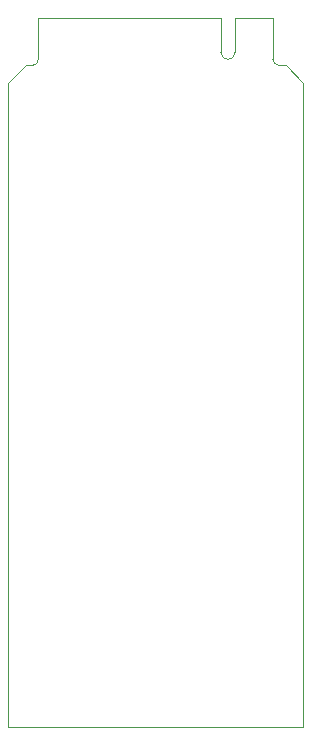
<source format=gbr>
%TF.GenerationSoftware,KiCad,Pcbnew,7.0.5*%
%TF.CreationDate,2023-08-28T16:59:48-05:00*%
%TF.ProjectId,Chimera_0002_thea,4368696d-6572-4615-9f30-3030325f7468,rev?*%
%TF.SameCoordinates,Original*%
%TF.FileFunction,Profile,NP*%
%FSLAX46Y46*%
G04 Gerber Fmt 4.6, Leading zero omitted, Abs format (unit mm)*
G04 Created by KiCad (PCBNEW 7.0.5) date 2023-08-28 16:59:48*
%MOMM*%
%LPD*%
G01*
G04 APERTURE LIST*
%TA.AperFunction,Profile*%
%ADD10C,0.100000*%
%TD*%
%TA.AperFunction,Profile*%
%ADD11C,0.050000*%
%TD*%
G04 APERTURE END LIST*
D10*
X125000000Y-149900000D02*
X125000000Y-95400000D01*
X123500000Y-93900000D02*
X125000000Y-95400000D01*
X125000000Y-149900000D02*
X100000000Y-149900000D01*
X100000000Y-149900000D02*
X100000000Y-95400000D01*
X101500000Y-93900000D02*
X100000000Y-95400000D01*
D11*
%TO.C,U2*%
X123500000Y-93900000D02*
X122925000Y-93900000D01*
X122425000Y-93400000D02*
X122425000Y-89900000D01*
X122425000Y-89900000D02*
X119225000Y-89900000D01*
X119225000Y-89900000D02*
X119225000Y-92800000D01*
X118025000Y-92800000D02*
X118025000Y-89900000D01*
X118025000Y-89900000D02*
X112500000Y-89900000D01*
X112500000Y-89900000D02*
X102575000Y-89900000D01*
X102575000Y-89900000D02*
X102575000Y-93400000D01*
X102075000Y-93900000D02*
X101500000Y-93900000D01*
X122425000Y-93400000D02*
G75*
G03*
X122925000Y-93900000I500001J1D01*
G01*
X118025000Y-92800000D02*
G75*
G03*
X119225000Y-92800000I600000J0D01*
G01*
X102075000Y-93900000D02*
G75*
G03*
X102575000Y-93400000I0J500000D01*
G01*
%TD*%
M02*

</source>
